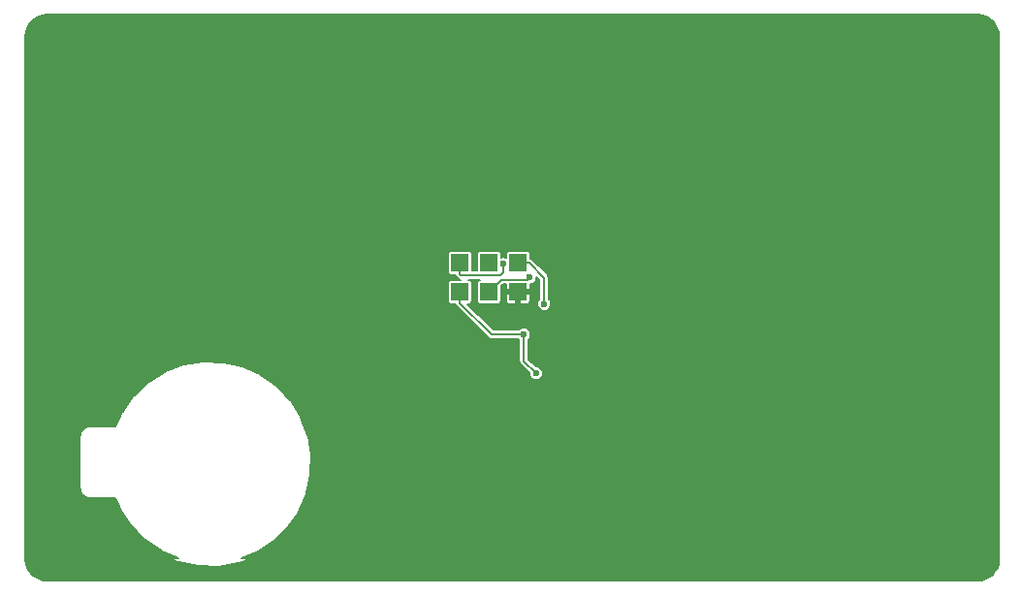
<source format=gbl>
G04 #@! TF.FileFunction,Copper,L2,Bot,Signal*
%FSLAX46Y46*%
G04 Gerber Fmt 4.6, Leading zero omitted, Abs format (unit mm)*
G04 Created by KiCad (PCBNEW 4.0.5+dfsg1-4) date Mon Nov 20 15:47:14 2017*
%MOMM*%
%LPD*%
G01*
G04 APERTURE LIST*
%ADD10C,0.100000*%
%ADD11R,1.524000X1.524000*%
%ADD12C,0.600000*%
%ADD13C,0.203200*%
G04 APERTURE END LIST*
D10*
D11*
X147828000Y-96012000D03*
X150368000Y-96012000D03*
X150368000Y-93472000D03*
X147828000Y-93472000D03*
X152908000Y-96012000D03*
X152908000Y-93472000D03*
D12*
X154486144Y-103124000D03*
X153416000Y-99725200D03*
X153924000Y-110236000D03*
X154432000Y-104648000D03*
X160274000Y-108966000D03*
X155586000Y-107117000D03*
X152838000Y-95879000D03*
X150368000Y-93568800D03*
X155191947Y-97078584D03*
X151638000Y-93568800D03*
X153924000Y-94742000D03*
D13*
X153416000Y-99725200D02*
X153416000Y-102053856D01*
X153416000Y-102053856D02*
X154486144Y-103124000D01*
X147828000Y-96977200D02*
X150576000Y-99725200D01*
X147828000Y-96012000D02*
X147828000Y-96977200D01*
X150576000Y-99725200D02*
X153416000Y-99725200D01*
X150368000Y-93472000D02*
X150368000Y-93568800D01*
X152908000Y-93472000D02*
X153873200Y-93472000D01*
X153873200Y-93472000D02*
X155191947Y-94790747D01*
X155191947Y-94790747D02*
X155191947Y-97078584D01*
X147828000Y-93472000D02*
X147828000Y-94437200D01*
X147929601Y-94538801D02*
X151373841Y-94538801D01*
X151373841Y-94538801D02*
X151638000Y-94274642D01*
X147828000Y-94437200D02*
X147929601Y-94538801D01*
X151638000Y-94274642D02*
X151638000Y-93568800D01*
X150368000Y-96012000D02*
X151434801Y-94945199D01*
X151434801Y-94945199D02*
X153720801Y-94945199D01*
X153720801Y-94945199D02*
X153924000Y-94742000D01*
G36*
X192938400Y-119278400D02*
X128776441Y-119278400D01*
X130013171Y-118792994D01*
X130043841Y-118777347D01*
X130074712Y-118762137D01*
X130079198Y-118759309D01*
X131469625Y-117869082D01*
X131496683Y-117847767D01*
X131524001Y-117826858D01*
X131527853Y-117823213D01*
X132718887Y-116679870D01*
X132741290Y-116653705D01*
X132764026Y-116627890D01*
X132767090Y-116623573D01*
X132767096Y-116623566D01*
X132767100Y-116623559D01*
X133713371Y-115270658D01*
X133730278Y-115240617D01*
X133747553Y-115210900D01*
X133749725Y-115206062D01*
X134415197Y-113695121D01*
X134425938Y-113662394D01*
X134437122Y-113629861D01*
X134438312Y-113624693D01*
X134797634Y-112013271D01*
X134801815Y-111979078D01*
X134806466Y-111944996D01*
X134806629Y-111939706D01*
X134806630Y-111939695D01*
X134806629Y-111939685D01*
X134846114Y-110289170D01*
X134843573Y-110254808D01*
X134841516Y-110220480D01*
X134840649Y-110215258D01*
X134840648Y-110215249D01*
X134840646Y-110215241D01*
X134558791Y-108588487D01*
X134549630Y-108555295D01*
X134540939Y-108521998D01*
X134539074Y-108517045D01*
X134539071Y-108517035D01*
X134539067Y-108517026D01*
X133946611Y-106976002D01*
X133931155Y-106945177D01*
X133916183Y-106914246D01*
X133913386Y-106909740D01*
X133032888Y-105513132D01*
X133011766Y-105485930D01*
X132991045Y-105458462D01*
X132987426Y-105454585D01*
X131852426Y-104255599D01*
X131826439Y-104233032D01*
X131800761Y-104210097D01*
X131796459Y-104206998D01*
X130450191Y-103251302D01*
X130420290Y-103234197D01*
X130390673Y-103216703D01*
X130385859Y-103214502D01*
X130385850Y-103214497D01*
X130385841Y-103214494D01*
X128879593Y-102538493D01*
X128846955Y-102527527D01*
X128814487Y-102516112D01*
X128809331Y-102514887D01*
X128809329Y-102514886D01*
X128809327Y-102514886D01*
X127200454Y-102144324D01*
X127166290Y-102139905D01*
X127132242Y-102135016D01*
X127126943Y-102134815D01*
X125476733Y-102083808D01*
X125442337Y-102086111D01*
X125408012Y-102087927D01*
X125402774Y-102088759D01*
X123774085Y-102359251D01*
X123740802Y-102368187D01*
X123707473Y-102376639D01*
X123702507Y-102378469D01*
X123702497Y-102378472D01*
X123702488Y-102378476D01*
X122157365Y-102960161D01*
X122126501Y-102975368D01*
X122095398Y-102990156D01*
X122090873Y-102992921D01*
X120688153Y-103863648D01*
X120660795Y-103884587D01*
X120633193Y-103905108D01*
X120629297Y-103908694D01*
X120629291Y-103908699D01*
X120629286Y-103908705D01*
X119422409Y-105035301D01*
X119399644Y-105061149D01*
X119376548Y-105086647D01*
X119373422Y-105090922D01*
X119373418Y-105090927D01*
X119373415Y-105090932D01*
X118408346Y-106430491D01*
X118391026Y-106460285D01*
X118373332Y-106489767D01*
X118371093Y-106494574D01*
X117786035Y-107774200D01*
X115530000Y-107774200D01*
X115529934Y-107774206D01*
X115528694Y-107774202D01*
X115525203Y-107774214D01*
X115508685Y-107775891D01*
X115492088Y-107775775D01*
X115486810Y-107776292D01*
X115389762Y-107786493D01*
X115356081Y-107793406D01*
X115322228Y-107799864D01*
X115317151Y-107801397D01*
X115223932Y-107830253D01*
X115192146Y-107843614D01*
X115160280Y-107856489D01*
X115155608Y-107858973D01*
X115155600Y-107858977D01*
X115155593Y-107858982D01*
X115069760Y-107905391D01*
X115041181Y-107924668D01*
X115012419Y-107943489D01*
X115008315Y-107946837D01*
X115008309Y-107946841D01*
X115008304Y-107946846D01*
X114933121Y-108009043D01*
X114908872Y-108033462D01*
X114884273Y-108057550D01*
X114880893Y-108061636D01*
X114819217Y-108137257D01*
X114800158Y-108165942D01*
X114780717Y-108194336D01*
X114778194Y-108199001D01*
X114732383Y-108285162D01*
X114719256Y-108317010D01*
X114705706Y-108348623D01*
X114704140Y-108353682D01*
X114704136Y-108353692D01*
X114704134Y-108353703D01*
X114675933Y-108447107D01*
X114669248Y-108480866D01*
X114662089Y-108514548D01*
X114661535Y-108519822D01*
X114652012Y-108616940D01*
X114652012Y-108632872D01*
X114650237Y-108648697D01*
X114650200Y-108654000D01*
X114650200Y-113154000D01*
X114650206Y-113154066D01*
X114650202Y-113155306D01*
X114650214Y-113158797D01*
X114651891Y-113175315D01*
X114651775Y-113191912D01*
X114652293Y-113197190D01*
X114662493Y-113294239D01*
X114669409Y-113327933D01*
X114675864Y-113361772D01*
X114677397Y-113366849D01*
X114706253Y-113460068D01*
X114719608Y-113491838D01*
X114732489Y-113523719D01*
X114734978Y-113528402D01*
X114781391Y-113614239D01*
X114800641Y-113642778D01*
X114819489Y-113671581D01*
X114822837Y-113675685D01*
X114822841Y-113675691D01*
X114822846Y-113675696D01*
X114885042Y-113750879D01*
X114909497Y-113775164D01*
X114933550Y-113799727D01*
X114937636Y-113803107D01*
X115013257Y-113864783D01*
X115041942Y-113883842D01*
X115070336Y-113903283D01*
X115074990Y-113905799D01*
X115074996Y-113905803D01*
X115075001Y-113905805D01*
X115161162Y-113951617D01*
X115193010Y-113964744D01*
X115224623Y-113978294D01*
X115229682Y-113979860D01*
X115229692Y-113979864D01*
X115229703Y-113979866D01*
X115323107Y-114008067D01*
X115356866Y-114014752D01*
X115390548Y-114021911D01*
X115395823Y-114022466D01*
X115492940Y-114031988D01*
X115508872Y-114031988D01*
X115524697Y-114033763D01*
X115530000Y-114033800D01*
X117779568Y-114033800D01*
X118172483Y-114950540D01*
X118186891Y-114976747D01*
X118200291Y-115003473D01*
X118203151Y-115007939D01*
X119103064Y-116392118D01*
X119124572Y-116419032D01*
X119145666Y-116446198D01*
X119149338Y-116450024D01*
X120300967Y-117633047D01*
X120327306Y-117655282D01*
X120353262Y-117677822D01*
X120357600Y-117680856D01*
X120357607Y-117680862D01*
X120357614Y-117680866D01*
X121717088Y-118617669D01*
X121747199Y-118634339D01*
X121777083Y-118651434D01*
X121781936Y-118653571D01*
X123227880Y-119278400D01*
X111861600Y-119278400D01*
X111861600Y-92710000D01*
X146759726Y-92710000D01*
X146759726Y-94234000D01*
X146763597Y-94282538D01*
X146789091Y-94364864D01*
X146836512Y-94436828D01*
X146902104Y-94492732D01*
X146980674Y-94528148D01*
X147066000Y-94540274D01*
X147436627Y-94540274D01*
X147440191Y-94552078D01*
X147450663Y-94588124D01*
X147451646Y-94590021D01*
X147452264Y-94592067D01*
X147469902Y-94625239D01*
X147487165Y-94658541D01*
X147488497Y-94660209D01*
X147489501Y-94662098D01*
X147513251Y-94691219D01*
X147536648Y-94720528D01*
X147539578Y-94723499D01*
X147539630Y-94723563D01*
X147539689Y-94723612D01*
X147540632Y-94724568D01*
X147642233Y-94826170D01*
X147671238Y-94849994D01*
X147699998Y-94874127D01*
X147701873Y-94875158D01*
X147703523Y-94876513D01*
X147736593Y-94894245D01*
X147769503Y-94912338D01*
X147771539Y-94912984D01*
X147773423Y-94913994D01*
X147809334Y-94924973D01*
X147845106Y-94936320D01*
X147847229Y-94936558D01*
X147849273Y-94937183D01*
X147886664Y-94940981D01*
X147911133Y-94943726D01*
X147066000Y-94943726D01*
X147017462Y-94947597D01*
X146935136Y-94973091D01*
X146863172Y-95020512D01*
X146807268Y-95086104D01*
X146771852Y-95164674D01*
X146759726Y-95250000D01*
X146759726Y-96774000D01*
X146763597Y-96822538D01*
X146789091Y-96904864D01*
X146836512Y-96976828D01*
X146902104Y-97032732D01*
X146980674Y-97068148D01*
X147066000Y-97080274D01*
X147436627Y-97080274D01*
X147440191Y-97092078D01*
X147450663Y-97128124D01*
X147451646Y-97130021D01*
X147452264Y-97132067D01*
X147469902Y-97165239D01*
X147487165Y-97198541D01*
X147488497Y-97200209D01*
X147489501Y-97202098D01*
X147513251Y-97231219D01*
X147536648Y-97260528D01*
X147539578Y-97263499D01*
X147539630Y-97263563D01*
X147539689Y-97263612D01*
X147540632Y-97264568D01*
X150288632Y-100012568D01*
X150317607Y-100036368D01*
X150346397Y-100060526D01*
X150348272Y-100061557D01*
X150349922Y-100062912D01*
X150382992Y-100080644D01*
X150415902Y-100098737D01*
X150417938Y-100099383D01*
X150419822Y-100100393D01*
X150455733Y-100111372D01*
X150491505Y-100122719D01*
X150493628Y-100122957D01*
X150495672Y-100123582D01*
X150533063Y-100127380D01*
X150570326Y-100131560D01*
X150574496Y-100131589D01*
X150574581Y-100131598D01*
X150574660Y-100131591D01*
X150576000Y-100131600D01*
X152967649Y-100131600D01*
X153009600Y-100175041D01*
X153009600Y-102053856D01*
X153013261Y-102091198D01*
X153016535Y-102128613D01*
X153017131Y-102130666D01*
X153017340Y-102132793D01*
X153028191Y-102168734D01*
X153038663Y-102204780D01*
X153039646Y-102206677D01*
X153040264Y-102208723D01*
X153057902Y-102241895D01*
X153075165Y-102275197D01*
X153076497Y-102276865D01*
X153077501Y-102278754D01*
X153101251Y-102307875D01*
X153124648Y-102337184D01*
X153127578Y-102340155D01*
X153127630Y-102340219D01*
X153127689Y-102340268D01*
X153128632Y-102341224D01*
X153881674Y-103094266D01*
X153880549Y-103174853D01*
X153901960Y-103291512D01*
X153945623Y-103401790D01*
X154009873Y-103501488D01*
X154092265Y-103586807D01*
X154189659Y-103654497D01*
X154298346Y-103701982D01*
X154414187Y-103727451D01*
X154532768Y-103729935D01*
X154649574Y-103709339D01*
X154760154Y-103666448D01*
X154860297Y-103602895D01*
X154946190Y-103521101D01*
X155014559Y-103424181D01*
X155062801Y-103315828D01*
X155089078Y-103200168D01*
X155090970Y-103064696D01*
X155067932Y-102948348D01*
X155022734Y-102838690D01*
X154957098Y-102739899D01*
X154873523Y-102655739D01*
X154775193Y-102589415D01*
X154665853Y-102543453D01*
X154549669Y-102519603D01*
X154455828Y-102518948D01*
X153822400Y-101885520D01*
X153822400Y-100173387D01*
X153876046Y-100122301D01*
X153944415Y-100025381D01*
X153992657Y-99917028D01*
X154018934Y-99801368D01*
X154020826Y-99665896D01*
X153997788Y-99549548D01*
X153952590Y-99439890D01*
X153886954Y-99341099D01*
X153803379Y-99256939D01*
X153705049Y-99190615D01*
X153595709Y-99144653D01*
X153479525Y-99120803D01*
X153360920Y-99119975D01*
X153244414Y-99142200D01*
X153134443Y-99186631D01*
X153035197Y-99251576D01*
X152966550Y-99318800D01*
X150744336Y-99318800D01*
X148505810Y-97080274D01*
X148590000Y-97080274D01*
X148638538Y-97076403D01*
X148720864Y-97050909D01*
X148792828Y-97003488D01*
X148848732Y-96937896D01*
X148884148Y-96859326D01*
X148896274Y-96774000D01*
X148896274Y-95250000D01*
X148892403Y-95201462D01*
X148866909Y-95119136D01*
X148819488Y-95047172D01*
X148753896Y-94991268D01*
X148675326Y-94955852D01*
X148600379Y-94945201D01*
X149587505Y-94945201D01*
X149557462Y-94947597D01*
X149475136Y-94973091D01*
X149403172Y-95020512D01*
X149347268Y-95086104D01*
X149311852Y-95164674D01*
X149299726Y-95250000D01*
X149299726Y-96774000D01*
X149303597Y-96822538D01*
X149329091Y-96904864D01*
X149376512Y-96976828D01*
X149442104Y-97032732D01*
X149520674Y-97068148D01*
X149606000Y-97080274D01*
X151130000Y-97080274D01*
X151178538Y-97076403D01*
X151260864Y-97050909D01*
X151332828Y-97003488D01*
X151388732Y-96937896D01*
X151424148Y-96859326D01*
X151436274Y-96774000D01*
X151436274Y-96240600D01*
X151841200Y-96240600D01*
X151841200Y-96804020D01*
X151852913Y-96862907D01*
X151875890Y-96918377D01*
X151909247Y-96968299D01*
X151951701Y-97010754D01*
X152001623Y-97044110D01*
X152057093Y-97067087D01*
X152115980Y-97078800D01*
X152679400Y-97078800D01*
X152755600Y-97002600D01*
X152755600Y-96164400D01*
X153060400Y-96164400D01*
X153060400Y-97002600D01*
X153136600Y-97078800D01*
X153700020Y-97078800D01*
X153758907Y-97067087D01*
X153814377Y-97044110D01*
X153864299Y-97010754D01*
X153906753Y-96968299D01*
X153940110Y-96918377D01*
X153963087Y-96862907D01*
X153974800Y-96804020D01*
X153974800Y-96240600D01*
X153898600Y-96164400D01*
X153060400Y-96164400D01*
X152755600Y-96164400D01*
X151917400Y-96164400D01*
X151841200Y-96240600D01*
X151436274Y-96240600D01*
X151436274Y-95518463D01*
X151603138Y-95351599D01*
X151841200Y-95351599D01*
X151841200Y-95783400D01*
X151917400Y-95859600D01*
X152755600Y-95859600D01*
X152755600Y-95839600D01*
X153060400Y-95839600D01*
X153060400Y-95859600D01*
X153898600Y-95859600D01*
X153974800Y-95783400D01*
X153974800Y-95347199D01*
X154087430Y-95327339D01*
X154198010Y-95284448D01*
X154298153Y-95220895D01*
X154384046Y-95139101D01*
X154452415Y-95042181D01*
X154500657Y-94933828D01*
X154526934Y-94818168D01*
X154528555Y-94702091D01*
X154785547Y-94959083D01*
X154785547Y-96630026D01*
X154726402Y-96687945D01*
X154659393Y-96785810D01*
X154612668Y-96894826D01*
X154588008Y-97010841D01*
X154586352Y-97129437D01*
X154607763Y-97246096D01*
X154651426Y-97356374D01*
X154715676Y-97456072D01*
X154798068Y-97541391D01*
X154895462Y-97609081D01*
X155004149Y-97656566D01*
X155119990Y-97682035D01*
X155238571Y-97684519D01*
X155355377Y-97663923D01*
X155465957Y-97621032D01*
X155566100Y-97557479D01*
X155651993Y-97475685D01*
X155720362Y-97378765D01*
X155768604Y-97270412D01*
X155794881Y-97154752D01*
X155796773Y-97019280D01*
X155773735Y-96902932D01*
X155728537Y-96793274D01*
X155662901Y-96694483D01*
X155598347Y-96629477D01*
X155598347Y-94790747D01*
X155594686Y-94753405D01*
X155591412Y-94715990D01*
X155590816Y-94713937D01*
X155590607Y-94711810D01*
X155579756Y-94675869D01*
X155569284Y-94639823D01*
X155568301Y-94637926D01*
X155567683Y-94635880D01*
X155550045Y-94602708D01*
X155532782Y-94569406D01*
X155531450Y-94567738D01*
X155530446Y-94565849D01*
X155506696Y-94536728D01*
X155483299Y-94507419D01*
X155480369Y-94504448D01*
X155480317Y-94504384D01*
X155480258Y-94504335D01*
X155479315Y-94503379D01*
X154160568Y-93184632D01*
X154131593Y-93160832D01*
X154102803Y-93136674D01*
X154100928Y-93135643D01*
X154099278Y-93134288D01*
X154066208Y-93116556D01*
X154033298Y-93098463D01*
X154031262Y-93097817D01*
X154029378Y-93096807D01*
X153993467Y-93085828D01*
X153976274Y-93080374D01*
X153976274Y-92710000D01*
X153972403Y-92661462D01*
X153946909Y-92579136D01*
X153899488Y-92507172D01*
X153833896Y-92451268D01*
X153755326Y-92415852D01*
X153670000Y-92403726D01*
X152146000Y-92403726D01*
X152097462Y-92407597D01*
X152015136Y-92433091D01*
X151943172Y-92480512D01*
X151887268Y-92546104D01*
X151851852Y-92624674D01*
X151839726Y-92710000D01*
X151839726Y-92997508D01*
X151817709Y-92988253D01*
X151701525Y-92964403D01*
X151582920Y-92963575D01*
X151466414Y-92985800D01*
X151436274Y-92997977D01*
X151436274Y-92710000D01*
X151432403Y-92661462D01*
X151406909Y-92579136D01*
X151359488Y-92507172D01*
X151293896Y-92451268D01*
X151215326Y-92415852D01*
X151130000Y-92403726D01*
X149606000Y-92403726D01*
X149557462Y-92407597D01*
X149475136Y-92433091D01*
X149403172Y-92480512D01*
X149347268Y-92546104D01*
X149311852Y-92624674D01*
X149299726Y-92710000D01*
X149299726Y-94132401D01*
X148896274Y-94132401D01*
X148896274Y-92710000D01*
X148892403Y-92661462D01*
X148866909Y-92579136D01*
X148819488Y-92507172D01*
X148753896Y-92451268D01*
X148675326Y-92415852D01*
X148590000Y-92403726D01*
X147066000Y-92403726D01*
X147017462Y-92407597D01*
X146935136Y-92433091D01*
X146863172Y-92480512D01*
X146807268Y-92546104D01*
X146771852Y-92624674D01*
X146759726Y-92710000D01*
X111861600Y-92710000D01*
X111861600Y-73761600D01*
X192938400Y-73761600D01*
X192938400Y-119278400D01*
X192938400Y-119278400D01*
G37*
X192938400Y-119278400D02*
X128776441Y-119278400D01*
X130013171Y-118792994D01*
X130043841Y-118777347D01*
X130074712Y-118762137D01*
X130079198Y-118759309D01*
X131469625Y-117869082D01*
X131496683Y-117847767D01*
X131524001Y-117826858D01*
X131527853Y-117823213D01*
X132718887Y-116679870D01*
X132741290Y-116653705D01*
X132764026Y-116627890D01*
X132767090Y-116623573D01*
X132767096Y-116623566D01*
X132767100Y-116623559D01*
X133713371Y-115270658D01*
X133730278Y-115240617D01*
X133747553Y-115210900D01*
X133749725Y-115206062D01*
X134415197Y-113695121D01*
X134425938Y-113662394D01*
X134437122Y-113629861D01*
X134438312Y-113624693D01*
X134797634Y-112013271D01*
X134801815Y-111979078D01*
X134806466Y-111944996D01*
X134806629Y-111939706D01*
X134806630Y-111939695D01*
X134806629Y-111939685D01*
X134846114Y-110289170D01*
X134843573Y-110254808D01*
X134841516Y-110220480D01*
X134840649Y-110215258D01*
X134840648Y-110215249D01*
X134840646Y-110215241D01*
X134558791Y-108588487D01*
X134549630Y-108555295D01*
X134540939Y-108521998D01*
X134539074Y-108517045D01*
X134539071Y-108517035D01*
X134539067Y-108517026D01*
X133946611Y-106976002D01*
X133931155Y-106945177D01*
X133916183Y-106914246D01*
X133913386Y-106909740D01*
X133032888Y-105513132D01*
X133011766Y-105485930D01*
X132991045Y-105458462D01*
X132987426Y-105454585D01*
X131852426Y-104255599D01*
X131826439Y-104233032D01*
X131800761Y-104210097D01*
X131796459Y-104206998D01*
X130450191Y-103251302D01*
X130420290Y-103234197D01*
X130390673Y-103216703D01*
X130385859Y-103214502D01*
X130385850Y-103214497D01*
X130385841Y-103214494D01*
X128879593Y-102538493D01*
X128846955Y-102527527D01*
X128814487Y-102516112D01*
X128809331Y-102514887D01*
X128809329Y-102514886D01*
X128809327Y-102514886D01*
X127200454Y-102144324D01*
X127166290Y-102139905D01*
X127132242Y-102135016D01*
X127126943Y-102134815D01*
X125476733Y-102083808D01*
X125442337Y-102086111D01*
X125408012Y-102087927D01*
X125402774Y-102088759D01*
X123774085Y-102359251D01*
X123740802Y-102368187D01*
X123707473Y-102376639D01*
X123702507Y-102378469D01*
X123702497Y-102378472D01*
X123702488Y-102378476D01*
X122157365Y-102960161D01*
X122126501Y-102975368D01*
X122095398Y-102990156D01*
X122090873Y-102992921D01*
X120688153Y-103863648D01*
X120660795Y-103884587D01*
X120633193Y-103905108D01*
X120629297Y-103908694D01*
X120629291Y-103908699D01*
X120629286Y-103908705D01*
X119422409Y-105035301D01*
X119399644Y-105061149D01*
X119376548Y-105086647D01*
X119373422Y-105090922D01*
X119373418Y-105090927D01*
X119373415Y-105090932D01*
X118408346Y-106430491D01*
X118391026Y-106460285D01*
X118373332Y-106489767D01*
X118371093Y-106494574D01*
X117786035Y-107774200D01*
X115530000Y-107774200D01*
X115529934Y-107774206D01*
X115528694Y-107774202D01*
X115525203Y-107774214D01*
X115508685Y-107775891D01*
X115492088Y-107775775D01*
X115486810Y-107776292D01*
X115389762Y-107786493D01*
X115356081Y-107793406D01*
X115322228Y-107799864D01*
X115317151Y-107801397D01*
X115223932Y-107830253D01*
X115192146Y-107843614D01*
X115160280Y-107856489D01*
X115155608Y-107858973D01*
X115155600Y-107858977D01*
X115155593Y-107858982D01*
X115069760Y-107905391D01*
X115041181Y-107924668D01*
X115012419Y-107943489D01*
X115008315Y-107946837D01*
X115008309Y-107946841D01*
X115008304Y-107946846D01*
X114933121Y-108009043D01*
X114908872Y-108033462D01*
X114884273Y-108057550D01*
X114880893Y-108061636D01*
X114819217Y-108137257D01*
X114800158Y-108165942D01*
X114780717Y-108194336D01*
X114778194Y-108199001D01*
X114732383Y-108285162D01*
X114719256Y-108317010D01*
X114705706Y-108348623D01*
X114704140Y-108353682D01*
X114704136Y-108353692D01*
X114704134Y-108353703D01*
X114675933Y-108447107D01*
X114669248Y-108480866D01*
X114662089Y-108514548D01*
X114661535Y-108519822D01*
X114652012Y-108616940D01*
X114652012Y-108632872D01*
X114650237Y-108648697D01*
X114650200Y-108654000D01*
X114650200Y-113154000D01*
X114650206Y-113154066D01*
X114650202Y-113155306D01*
X114650214Y-113158797D01*
X114651891Y-113175315D01*
X114651775Y-113191912D01*
X114652293Y-113197190D01*
X114662493Y-113294239D01*
X114669409Y-113327933D01*
X114675864Y-113361772D01*
X114677397Y-113366849D01*
X114706253Y-113460068D01*
X114719608Y-113491838D01*
X114732489Y-113523719D01*
X114734978Y-113528402D01*
X114781391Y-113614239D01*
X114800641Y-113642778D01*
X114819489Y-113671581D01*
X114822837Y-113675685D01*
X114822841Y-113675691D01*
X114822846Y-113675696D01*
X114885042Y-113750879D01*
X114909497Y-113775164D01*
X114933550Y-113799727D01*
X114937636Y-113803107D01*
X115013257Y-113864783D01*
X115041942Y-113883842D01*
X115070336Y-113903283D01*
X115074990Y-113905799D01*
X115074996Y-113905803D01*
X115075001Y-113905805D01*
X115161162Y-113951617D01*
X115193010Y-113964744D01*
X115224623Y-113978294D01*
X115229682Y-113979860D01*
X115229692Y-113979864D01*
X115229703Y-113979866D01*
X115323107Y-114008067D01*
X115356866Y-114014752D01*
X115390548Y-114021911D01*
X115395823Y-114022466D01*
X115492940Y-114031988D01*
X115508872Y-114031988D01*
X115524697Y-114033763D01*
X115530000Y-114033800D01*
X117779568Y-114033800D01*
X118172483Y-114950540D01*
X118186891Y-114976747D01*
X118200291Y-115003473D01*
X118203151Y-115007939D01*
X119103064Y-116392118D01*
X119124572Y-116419032D01*
X119145666Y-116446198D01*
X119149338Y-116450024D01*
X120300967Y-117633047D01*
X120327306Y-117655282D01*
X120353262Y-117677822D01*
X120357600Y-117680856D01*
X120357607Y-117680862D01*
X120357614Y-117680866D01*
X121717088Y-118617669D01*
X121747199Y-118634339D01*
X121777083Y-118651434D01*
X121781936Y-118653571D01*
X123227880Y-119278400D01*
X111861600Y-119278400D01*
X111861600Y-92710000D01*
X146759726Y-92710000D01*
X146759726Y-94234000D01*
X146763597Y-94282538D01*
X146789091Y-94364864D01*
X146836512Y-94436828D01*
X146902104Y-94492732D01*
X146980674Y-94528148D01*
X147066000Y-94540274D01*
X147436627Y-94540274D01*
X147440191Y-94552078D01*
X147450663Y-94588124D01*
X147451646Y-94590021D01*
X147452264Y-94592067D01*
X147469902Y-94625239D01*
X147487165Y-94658541D01*
X147488497Y-94660209D01*
X147489501Y-94662098D01*
X147513251Y-94691219D01*
X147536648Y-94720528D01*
X147539578Y-94723499D01*
X147539630Y-94723563D01*
X147539689Y-94723612D01*
X147540632Y-94724568D01*
X147642233Y-94826170D01*
X147671238Y-94849994D01*
X147699998Y-94874127D01*
X147701873Y-94875158D01*
X147703523Y-94876513D01*
X147736593Y-94894245D01*
X147769503Y-94912338D01*
X147771539Y-94912984D01*
X147773423Y-94913994D01*
X147809334Y-94924973D01*
X147845106Y-94936320D01*
X147847229Y-94936558D01*
X147849273Y-94937183D01*
X147886664Y-94940981D01*
X147911133Y-94943726D01*
X147066000Y-94943726D01*
X147017462Y-94947597D01*
X146935136Y-94973091D01*
X146863172Y-95020512D01*
X146807268Y-95086104D01*
X146771852Y-95164674D01*
X146759726Y-95250000D01*
X146759726Y-96774000D01*
X146763597Y-96822538D01*
X146789091Y-96904864D01*
X146836512Y-96976828D01*
X146902104Y-97032732D01*
X146980674Y-97068148D01*
X147066000Y-97080274D01*
X147436627Y-97080274D01*
X147440191Y-97092078D01*
X147450663Y-97128124D01*
X147451646Y-97130021D01*
X147452264Y-97132067D01*
X147469902Y-97165239D01*
X147487165Y-97198541D01*
X147488497Y-97200209D01*
X147489501Y-97202098D01*
X147513251Y-97231219D01*
X147536648Y-97260528D01*
X147539578Y-97263499D01*
X147539630Y-97263563D01*
X147539689Y-97263612D01*
X147540632Y-97264568D01*
X150288632Y-100012568D01*
X150317607Y-100036368D01*
X150346397Y-100060526D01*
X150348272Y-100061557D01*
X150349922Y-100062912D01*
X150382992Y-100080644D01*
X150415902Y-100098737D01*
X150417938Y-100099383D01*
X150419822Y-100100393D01*
X150455733Y-100111372D01*
X150491505Y-100122719D01*
X150493628Y-100122957D01*
X150495672Y-100123582D01*
X150533063Y-100127380D01*
X150570326Y-100131560D01*
X150574496Y-100131589D01*
X150574581Y-100131598D01*
X150574660Y-100131591D01*
X150576000Y-100131600D01*
X152967649Y-100131600D01*
X153009600Y-100175041D01*
X153009600Y-102053856D01*
X153013261Y-102091198D01*
X153016535Y-102128613D01*
X153017131Y-102130666D01*
X153017340Y-102132793D01*
X153028191Y-102168734D01*
X153038663Y-102204780D01*
X153039646Y-102206677D01*
X153040264Y-102208723D01*
X153057902Y-102241895D01*
X153075165Y-102275197D01*
X153076497Y-102276865D01*
X153077501Y-102278754D01*
X153101251Y-102307875D01*
X153124648Y-102337184D01*
X153127578Y-102340155D01*
X153127630Y-102340219D01*
X153127689Y-102340268D01*
X153128632Y-102341224D01*
X153881674Y-103094266D01*
X153880549Y-103174853D01*
X153901960Y-103291512D01*
X153945623Y-103401790D01*
X154009873Y-103501488D01*
X154092265Y-103586807D01*
X154189659Y-103654497D01*
X154298346Y-103701982D01*
X154414187Y-103727451D01*
X154532768Y-103729935D01*
X154649574Y-103709339D01*
X154760154Y-103666448D01*
X154860297Y-103602895D01*
X154946190Y-103521101D01*
X155014559Y-103424181D01*
X155062801Y-103315828D01*
X155089078Y-103200168D01*
X155090970Y-103064696D01*
X155067932Y-102948348D01*
X155022734Y-102838690D01*
X154957098Y-102739899D01*
X154873523Y-102655739D01*
X154775193Y-102589415D01*
X154665853Y-102543453D01*
X154549669Y-102519603D01*
X154455828Y-102518948D01*
X153822400Y-101885520D01*
X153822400Y-100173387D01*
X153876046Y-100122301D01*
X153944415Y-100025381D01*
X153992657Y-99917028D01*
X154018934Y-99801368D01*
X154020826Y-99665896D01*
X153997788Y-99549548D01*
X153952590Y-99439890D01*
X153886954Y-99341099D01*
X153803379Y-99256939D01*
X153705049Y-99190615D01*
X153595709Y-99144653D01*
X153479525Y-99120803D01*
X153360920Y-99119975D01*
X153244414Y-99142200D01*
X153134443Y-99186631D01*
X153035197Y-99251576D01*
X152966550Y-99318800D01*
X150744336Y-99318800D01*
X148505810Y-97080274D01*
X148590000Y-97080274D01*
X148638538Y-97076403D01*
X148720864Y-97050909D01*
X148792828Y-97003488D01*
X148848732Y-96937896D01*
X148884148Y-96859326D01*
X148896274Y-96774000D01*
X148896274Y-95250000D01*
X148892403Y-95201462D01*
X148866909Y-95119136D01*
X148819488Y-95047172D01*
X148753896Y-94991268D01*
X148675326Y-94955852D01*
X148600379Y-94945201D01*
X149587505Y-94945201D01*
X149557462Y-94947597D01*
X149475136Y-94973091D01*
X149403172Y-95020512D01*
X149347268Y-95086104D01*
X149311852Y-95164674D01*
X149299726Y-95250000D01*
X149299726Y-96774000D01*
X149303597Y-96822538D01*
X149329091Y-96904864D01*
X149376512Y-96976828D01*
X149442104Y-97032732D01*
X149520674Y-97068148D01*
X149606000Y-97080274D01*
X151130000Y-97080274D01*
X151178538Y-97076403D01*
X151260864Y-97050909D01*
X151332828Y-97003488D01*
X151388732Y-96937896D01*
X151424148Y-96859326D01*
X151436274Y-96774000D01*
X151436274Y-96240600D01*
X151841200Y-96240600D01*
X151841200Y-96804020D01*
X151852913Y-96862907D01*
X151875890Y-96918377D01*
X151909247Y-96968299D01*
X151951701Y-97010754D01*
X152001623Y-97044110D01*
X152057093Y-97067087D01*
X152115980Y-97078800D01*
X152679400Y-97078800D01*
X152755600Y-97002600D01*
X152755600Y-96164400D01*
X153060400Y-96164400D01*
X153060400Y-97002600D01*
X153136600Y-97078800D01*
X153700020Y-97078800D01*
X153758907Y-97067087D01*
X153814377Y-97044110D01*
X153864299Y-97010754D01*
X153906753Y-96968299D01*
X153940110Y-96918377D01*
X153963087Y-96862907D01*
X153974800Y-96804020D01*
X153974800Y-96240600D01*
X153898600Y-96164400D01*
X153060400Y-96164400D01*
X152755600Y-96164400D01*
X151917400Y-96164400D01*
X151841200Y-96240600D01*
X151436274Y-96240600D01*
X151436274Y-95518463D01*
X151603138Y-95351599D01*
X151841200Y-95351599D01*
X151841200Y-95783400D01*
X151917400Y-95859600D01*
X152755600Y-95859600D01*
X152755600Y-95839600D01*
X153060400Y-95839600D01*
X153060400Y-95859600D01*
X153898600Y-95859600D01*
X153974800Y-95783400D01*
X153974800Y-95347199D01*
X154087430Y-95327339D01*
X154198010Y-95284448D01*
X154298153Y-95220895D01*
X154384046Y-95139101D01*
X154452415Y-95042181D01*
X154500657Y-94933828D01*
X154526934Y-94818168D01*
X154528555Y-94702091D01*
X154785547Y-94959083D01*
X154785547Y-96630026D01*
X154726402Y-96687945D01*
X154659393Y-96785810D01*
X154612668Y-96894826D01*
X154588008Y-97010841D01*
X154586352Y-97129437D01*
X154607763Y-97246096D01*
X154651426Y-97356374D01*
X154715676Y-97456072D01*
X154798068Y-97541391D01*
X154895462Y-97609081D01*
X155004149Y-97656566D01*
X155119990Y-97682035D01*
X155238571Y-97684519D01*
X155355377Y-97663923D01*
X155465957Y-97621032D01*
X155566100Y-97557479D01*
X155651993Y-97475685D01*
X155720362Y-97378765D01*
X155768604Y-97270412D01*
X155794881Y-97154752D01*
X155796773Y-97019280D01*
X155773735Y-96902932D01*
X155728537Y-96793274D01*
X155662901Y-96694483D01*
X155598347Y-96629477D01*
X155598347Y-94790747D01*
X155594686Y-94753405D01*
X155591412Y-94715990D01*
X155590816Y-94713937D01*
X155590607Y-94711810D01*
X155579756Y-94675869D01*
X155569284Y-94639823D01*
X155568301Y-94637926D01*
X155567683Y-94635880D01*
X155550045Y-94602708D01*
X155532782Y-94569406D01*
X155531450Y-94567738D01*
X155530446Y-94565849D01*
X155506696Y-94536728D01*
X155483299Y-94507419D01*
X155480369Y-94504448D01*
X155480317Y-94504384D01*
X155480258Y-94504335D01*
X155479315Y-94503379D01*
X154160568Y-93184632D01*
X154131593Y-93160832D01*
X154102803Y-93136674D01*
X154100928Y-93135643D01*
X154099278Y-93134288D01*
X154066208Y-93116556D01*
X154033298Y-93098463D01*
X154031262Y-93097817D01*
X154029378Y-93096807D01*
X153993467Y-93085828D01*
X153976274Y-93080374D01*
X153976274Y-92710000D01*
X153972403Y-92661462D01*
X153946909Y-92579136D01*
X153899488Y-92507172D01*
X153833896Y-92451268D01*
X153755326Y-92415852D01*
X153670000Y-92403726D01*
X152146000Y-92403726D01*
X152097462Y-92407597D01*
X152015136Y-92433091D01*
X151943172Y-92480512D01*
X151887268Y-92546104D01*
X151851852Y-92624674D01*
X151839726Y-92710000D01*
X151839726Y-92997508D01*
X151817709Y-92988253D01*
X151701525Y-92964403D01*
X151582920Y-92963575D01*
X151466414Y-92985800D01*
X151436274Y-92997977D01*
X151436274Y-92710000D01*
X151432403Y-92661462D01*
X151406909Y-92579136D01*
X151359488Y-92507172D01*
X151293896Y-92451268D01*
X151215326Y-92415852D01*
X151130000Y-92403726D01*
X149606000Y-92403726D01*
X149557462Y-92407597D01*
X149475136Y-92433091D01*
X149403172Y-92480512D01*
X149347268Y-92546104D01*
X149311852Y-92624674D01*
X149299726Y-92710000D01*
X149299726Y-94132401D01*
X148896274Y-94132401D01*
X148896274Y-92710000D01*
X148892403Y-92661462D01*
X148866909Y-92579136D01*
X148819488Y-92507172D01*
X148753896Y-92451268D01*
X148675326Y-92415852D01*
X148590000Y-92403726D01*
X147066000Y-92403726D01*
X147017462Y-92407597D01*
X146935136Y-92433091D01*
X146863172Y-92480512D01*
X146807268Y-92546104D01*
X146771852Y-92624674D01*
X146759726Y-92710000D01*
X111861600Y-92710000D01*
X111861600Y-73761600D01*
X192938400Y-73761600D01*
X192938400Y-119278400D01*
G36*
X193399746Y-71843157D02*
X193745787Y-71947632D01*
X194064947Y-72117333D01*
X194345063Y-72345790D01*
X194575475Y-72624310D01*
X194747397Y-72942274D01*
X194854287Y-73287577D01*
X194895400Y-73678740D01*
X194895400Y-119346513D01*
X194856843Y-119739746D01*
X194752367Y-120085788D01*
X194582669Y-120404944D01*
X194354210Y-120685064D01*
X194075688Y-120915476D01*
X193757726Y-121087397D01*
X193412419Y-121194288D01*
X193021261Y-121235400D01*
X111793487Y-121235400D01*
X111400254Y-121196843D01*
X111054212Y-121092367D01*
X110735056Y-120922669D01*
X110454936Y-120694210D01*
X110224524Y-120415688D01*
X110052603Y-120097726D01*
X109945712Y-119752419D01*
X109904600Y-119361261D01*
X109904600Y-108654000D01*
X114345400Y-108654000D01*
X114345400Y-113154000D01*
X114345412Y-113154122D01*
X114345404Y-113156353D01*
X114345416Y-113159844D01*
X114348439Y-113189618D01*
X114348230Y-113219536D01*
X114349162Y-113229050D01*
X114359362Y-113326099D01*
X114371843Y-113386902D01*
X114383466Y-113447829D01*
X114386228Y-113456980D01*
X114415084Y-113550199D01*
X114439146Y-113607440D01*
X114462375Y-113664933D01*
X114466862Y-113673373D01*
X114513275Y-113759211D01*
X114547980Y-113810663D01*
X114581947Y-113862569D01*
X114587988Y-113869978D01*
X114650190Y-113945166D01*
X114694215Y-113988884D01*
X114737626Y-114033215D01*
X114744991Y-114039309D01*
X114820612Y-114100984D01*
X114872275Y-114135309D01*
X114923498Y-114170382D01*
X114931907Y-114174929D01*
X115018068Y-114220741D01*
X115075445Y-114244390D01*
X115132459Y-114268826D01*
X115141591Y-114271653D01*
X115235009Y-114299858D01*
X115295898Y-114311915D01*
X115356574Y-114324812D01*
X115366068Y-114325810D01*
X115366075Y-114325811D01*
X115366081Y-114325811D01*
X115463198Y-114335333D01*
X115491912Y-114335333D01*
X115520441Y-114338533D01*
X115530000Y-114338600D01*
X117578589Y-114338600D01*
X117892331Y-115070614D01*
X117918305Y-115117861D01*
X117942456Y-115166027D01*
X117947610Y-115174077D01*
X118847523Y-116558256D01*
X118886273Y-116606747D01*
X118924314Y-116655736D01*
X118930928Y-116662627D01*
X118930933Y-116662633D01*
X118930939Y-116662638D01*
X120082563Y-117845656D01*
X120129963Y-117885670D01*
X120176825Y-117926364D01*
X120184658Y-117931843D01*
X121544138Y-118868650D01*
X121598423Y-118898704D01*
X121652282Y-118929512D01*
X121661030Y-118933365D01*
X123176579Y-119588272D01*
X123235665Y-119607209D01*
X123294485Y-119626970D01*
X123303815Y-119629051D01*
X124917707Y-119977114D01*
X124979379Y-119984217D01*
X125040883Y-119992173D01*
X125050439Y-119992402D01*
X126701201Y-120020364D01*
X126763093Y-120015352D01*
X126824956Y-120011211D01*
X126834375Y-120009580D01*
X128459128Y-119716374D01*
X128518861Y-119699438D01*
X128578749Y-119683358D01*
X128587672Y-119679928D01*
X130124532Y-119076723D01*
X130179805Y-119048524D01*
X130235462Y-119021101D01*
X130243548Y-119016003D01*
X131633975Y-118125776D01*
X131682685Y-118087404D01*
X131731989Y-118049668D01*
X131738931Y-118043096D01*
X132929966Y-116899754D01*
X132970339Y-116852601D01*
X133011329Y-116806058D01*
X133016863Y-116798263D01*
X133963138Y-115445356D01*
X133993572Y-115391279D01*
X134024754Y-115337639D01*
X134028668Y-115328918D01*
X134694140Y-113817978D01*
X134713499Y-113758995D01*
X134733660Y-113700345D01*
X134735806Y-113691030D01*
X135095128Y-112079608D01*
X135102659Y-112018008D01*
X135111047Y-111956539D01*
X135111342Y-111946985D01*
X135150827Y-110296460D01*
X135146251Y-110234589D01*
X135142539Y-110172643D01*
X135140973Y-110163213D01*
X134859117Y-108536452D01*
X134842608Y-108476637D01*
X134826937Y-108416604D01*
X134823569Y-108407657D01*
X134231109Y-106866624D01*
X134203305Y-106811173D01*
X134176264Y-106755309D01*
X134171222Y-106747187D01*
X133290723Y-105350578D01*
X133252680Y-105301585D01*
X133215301Y-105252035D01*
X133208778Y-105245047D01*
X132073778Y-104046060D01*
X132026921Y-104005370D01*
X131980651Y-103964043D01*
X131972895Y-103958455D01*
X130626627Y-103002760D01*
X130572793Y-102971966D01*
X130519345Y-102940394D01*
X130510652Y-102936419D01*
X129004394Y-102260414D01*
X128945601Y-102240662D01*
X128887040Y-102220073D01*
X128877742Y-102217864D01*
X128877740Y-102217863D01*
X128877738Y-102217863D01*
X127268866Y-101847301D01*
X127207346Y-101839343D01*
X127145912Y-101830523D01*
X127136359Y-101830161D01*
X125486149Y-101779154D01*
X125424234Y-101783298D01*
X125362278Y-101786577D01*
X125352848Y-101788076D01*
X125352837Y-101788077D01*
X125352827Y-101788080D01*
X123724148Y-102058570D01*
X123664235Y-102074656D01*
X123604078Y-102089912D01*
X123595108Y-102093217D01*
X122049976Y-102674905D01*
X121994319Y-102702328D01*
X121938280Y-102728972D01*
X121930123Y-102733957D01*
X120527403Y-103604684D01*
X120478136Y-103642391D01*
X120428336Y-103679416D01*
X120421308Y-103685885D01*
X120421302Y-103685890D01*
X120421297Y-103685895D01*
X119214421Y-104812491D01*
X119173413Y-104859054D01*
X119131756Y-104905044D01*
X119126114Y-104912760D01*
X118161042Y-106252324D01*
X118129872Y-106305944D01*
X118097928Y-106359169D01*
X118093893Y-106367835D01*
X117590245Y-107469400D01*
X115530000Y-107469400D01*
X115529878Y-107469412D01*
X115527647Y-107469404D01*
X115524156Y-107469416D01*
X115494382Y-107472439D01*
X115464464Y-107472230D01*
X115454950Y-107473162D01*
X115357902Y-107483362D01*
X115297105Y-107495842D01*
X115236171Y-107507466D01*
X115227020Y-107510228D01*
X115133801Y-107539084D01*
X115076560Y-107563146D01*
X115019067Y-107586375D01*
X115010626Y-107590862D01*
X114924789Y-107637275D01*
X114873354Y-107671969D01*
X114821430Y-107705947D01*
X114814022Y-107711989D01*
X114738833Y-107774190D01*
X114695096Y-107818234D01*
X114650785Y-107861626D01*
X114644691Y-107868992D01*
X114583015Y-107944612D01*
X114548645Y-107996342D01*
X114513618Y-108047499D01*
X114509071Y-108055907D01*
X114463259Y-108142068D01*
X114439610Y-108199445D01*
X114415174Y-108256459D01*
X114412347Y-108265591D01*
X114384142Y-108359009D01*
X114372081Y-108419920D01*
X114359189Y-108480573D01*
X114358190Y-108490069D01*
X114358189Y-108490075D01*
X114358189Y-108490080D01*
X114348667Y-108587198D01*
X114348667Y-108615912D01*
X114345467Y-108644441D01*
X114345400Y-108654000D01*
X109904600Y-108654000D01*
X109904600Y-92710000D01*
X146453451Y-92710000D01*
X146453451Y-94234000D01*
X146461192Y-94331076D01*
X146512182Y-94495729D01*
X146607024Y-94639657D01*
X146730433Y-94744838D01*
X146660343Y-94791024D01*
X146548536Y-94922208D01*
X146477702Y-95079348D01*
X146453451Y-95250000D01*
X146453451Y-96774000D01*
X146461192Y-96871076D01*
X146512182Y-97035729D01*
X146607024Y-97179657D01*
X146738208Y-97291464D01*
X146895348Y-97362298D01*
X147066000Y-97386549D01*
X147248493Y-97386549D01*
X147277151Y-97421687D01*
X147318133Y-97473024D01*
X147323262Y-97478224D01*
X147323353Y-97478336D01*
X147323457Y-97478422D01*
X147325106Y-97480094D01*
X150073106Y-100228094D01*
X150123806Y-100269739D01*
X150174195Y-100312021D01*
X150177476Y-100313825D01*
X150180363Y-100316196D01*
X150238238Y-100347228D01*
X150295829Y-100378889D01*
X150299393Y-100380019D01*
X150302689Y-100381787D01*
X150365504Y-100400992D01*
X150428133Y-100420859D01*
X150431851Y-100421276D01*
X150435426Y-100422369D01*
X150500772Y-100429007D01*
X150566070Y-100436331D01*
X150573377Y-100436382D01*
X150573517Y-100436396D01*
X150573648Y-100436384D01*
X150576000Y-100436400D01*
X152704800Y-100436400D01*
X152704800Y-102053856D01*
X152711207Y-102119202D01*
X152716936Y-102184682D01*
X152717980Y-102188277D01*
X152718345Y-102191995D01*
X152737321Y-102254846D01*
X152755661Y-102317973D01*
X152757382Y-102321294D01*
X152758463Y-102324873D01*
X152789299Y-102382868D01*
X152819537Y-102441203D01*
X152821870Y-102444126D01*
X152823626Y-102447428D01*
X152865151Y-102498343D01*
X152906133Y-102549680D01*
X152911262Y-102554880D01*
X152911353Y-102554992D01*
X152911457Y-102555078D01*
X152913106Y-102556750D01*
X153579510Y-103223154D01*
X153607550Y-103375933D01*
X153673217Y-103541788D01*
X153769847Y-103691730D01*
X153893762Y-103820047D01*
X154040240Y-103921852D01*
X154203702Y-103993267D01*
X154377923Y-104031571D01*
X154556265Y-104035307D01*
X154731937Y-104004332D01*
X154898247Y-103939824D01*
X155048859Y-103844243D01*
X155178038Y-103721227D01*
X155280863Y-103575463D01*
X155353418Y-103412504D01*
X155392938Y-103238555D01*
X155395783Y-103034809D01*
X155361135Y-102859825D01*
X155293159Y-102694903D01*
X155194444Y-102546325D01*
X155068750Y-102419750D01*
X154920865Y-102320000D01*
X154756421Y-102250875D01*
X154583262Y-102215330D01*
X154127200Y-101759268D01*
X154127200Y-100295059D01*
X154210719Y-100176663D01*
X154283274Y-100013704D01*
X154322794Y-99839755D01*
X154325639Y-99636009D01*
X154290991Y-99461025D01*
X154223015Y-99296103D01*
X154124300Y-99147525D01*
X153998606Y-99020950D01*
X153850721Y-98921200D01*
X153686277Y-98852075D01*
X153511539Y-98816206D01*
X153333162Y-98814961D01*
X153157940Y-98848386D01*
X152992547Y-98915209D01*
X152843283Y-99012884D01*
X152842143Y-99014000D01*
X150870588Y-99014000D01*
X149038866Y-97182278D01*
X149100838Y-97109567D01*
X149147024Y-97179657D01*
X149278208Y-97291464D01*
X149435348Y-97362298D01*
X149606000Y-97386549D01*
X151130000Y-97386549D01*
X151227076Y-97378808D01*
X151391729Y-97327818D01*
X151535657Y-97232976D01*
X151647464Y-97101792D01*
X151718298Y-96944652D01*
X151742549Y-96774000D01*
X151742549Y-96240600D01*
X151841200Y-96240600D01*
X151841200Y-96804020D01*
X151852913Y-96862907D01*
X151875890Y-96918377D01*
X151909247Y-96968299D01*
X151951701Y-97010754D01*
X152001623Y-97044110D01*
X152057093Y-97067087D01*
X152115980Y-97078800D01*
X152679400Y-97078800D01*
X152755600Y-97002600D01*
X152755600Y-96164400D01*
X153060400Y-96164400D01*
X153060400Y-97002600D01*
X153136600Y-97078800D01*
X153700020Y-97078800D01*
X153758907Y-97067087D01*
X153814377Y-97044110D01*
X153864299Y-97010754D01*
X153906753Y-96968299D01*
X153940110Y-96918377D01*
X153963087Y-96862907D01*
X153974800Y-96804020D01*
X153974800Y-96240600D01*
X153898600Y-96164400D01*
X153060400Y-96164400D01*
X152755600Y-96164400D01*
X151917400Y-96164400D01*
X151841200Y-96240600D01*
X151742549Y-96240600D01*
X151742549Y-95656399D01*
X151841200Y-95656399D01*
X151841200Y-95783400D01*
X151917400Y-95859600D01*
X152755600Y-95859600D01*
X152755600Y-95839600D01*
X153060400Y-95839600D01*
X153060400Y-95859600D01*
X153898600Y-95859600D01*
X153974800Y-95783400D01*
X153974800Y-95652902D01*
X153994121Y-95653307D01*
X154169793Y-95622332D01*
X154336103Y-95557824D01*
X154480747Y-95466030D01*
X154480747Y-96507191D01*
X154391002Y-96638261D01*
X154320730Y-96802218D01*
X154283642Y-96976701D01*
X154281152Y-97155066D01*
X154313353Y-97330517D01*
X154379020Y-97496372D01*
X154475650Y-97646314D01*
X154599565Y-97774631D01*
X154746043Y-97876436D01*
X154909505Y-97947851D01*
X155083726Y-97986155D01*
X155262068Y-97989891D01*
X155437740Y-97958916D01*
X155604050Y-97894408D01*
X155754662Y-97798827D01*
X155883841Y-97675811D01*
X155986666Y-97530047D01*
X156059221Y-97367088D01*
X156098741Y-97193139D01*
X156101586Y-96989393D01*
X156066938Y-96814409D01*
X155998962Y-96649487D01*
X155903147Y-96505274D01*
X155903147Y-94790747D01*
X155896740Y-94725401D01*
X155891011Y-94659921D01*
X155889967Y-94656326D01*
X155889602Y-94652608D01*
X155870626Y-94589757D01*
X155852286Y-94526630D01*
X155850565Y-94523309D01*
X155849484Y-94519730D01*
X155818648Y-94461735D01*
X155788410Y-94403400D01*
X155786077Y-94400477D01*
X155784321Y-94397175D01*
X155742796Y-94346260D01*
X155701814Y-94294923D01*
X155696685Y-94289723D01*
X155696594Y-94289611D01*
X155696490Y-94289525D01*
X155694841Y-94287853D01*
X154376094Y-92969106D01*
X154325372Y-92927442D01*
X154282549Y-92891509D01*
X154282549Y-92710000D01*
X154274808Y-92612924D01*
X154223818Y-92448271D01*
X154128976Y-92304343D01*
X153997792Y-92192536D01*
X153840652Y-92121702D01*
X153670000Y-92097451D01*
X152146000Y-92097451D01*
X152048924Y-92105192D01*
X151884271Y-92156182D01*
X151740343Y-92251024D01*
X151635162Y-92374433D01*
X151588976Y-92304343D01*
X151457792Y-92192536D01*
X151300652Y-92121702D01*
X151130000Y-92097451D01*
X149606000Y-92097451D01*
X149508924Y-92105192D01*
X149344271Y-92156182D01*
X149200343Y-92251024D01*
X149095162Y-92374433D01*
X149048976Y-92304343D01*
X148917792Y-92192536D01*
X148760652Y-92121702D01*
X148590000Y-92097451D01*
X147066000Y-92097451D01*
X146968924Y-92105192D01*
X146804271Y-92156182D01*
X146660343Y-92251024D01*
X146548536Y-92382208D01*
X146477702Y-92539348D01*
X146453451Y-92710000D01*
X109904600Y-92710000D01*
X109904600Y-73693486D01*
X109943157Y-73300254D01*
X110047632Y-72954213D01*
X110217333Y-72635053D01*
X110445790Y-72354937D01*
X110724310Y-72124525D01*
X111042274Y-71952603D01*
X111387577Y-71845713D01*
X111778740Y-71804600D01*
X193006514Y-71804600D01*
X193399746Y-71843157D01*
X193399746Y-71843157D01*
G37*
X193399746Y-71843157D02*
X193745787Y-71947632D01*
X194064947Y-72117333D01*
X194345063Y-72345790D01*
X194575475Y-72624310D01*
X194747397Y-72942274D01*
X194854287Y-73287577D01*
X194895400Y-73678740D01*
X194895400Y-119346513D01*
X194856843Y-119739746D01*
X194752367Y-120085788D01*
X194582669Y-120404944D01*
X194354210Y-120685064D01*
X194075688Y-120915476D01*
X193757726Y-121087397D01*
X193412419Y-121194288D01*
X193021261Y-121235400D01*
X111793487Y-121235400D01*
X111400254Y-121196843D01*
X111054212Y-121092367D01*
X110735056Y-120922669D01*
X110454936Y-120694210D01*
X110224524Y-120415688D01*
X110052603Y-120097726D01*
X109945712Y-119752419D01*
X109904600Y-119361261D01*
X109904600Y-108654000D01*
X114345400Y-108654000D01*
X114345400Y-113154000D01*
X114345412Y-113154122D01*
X114345404Y-113156353D01*
X114345416Y-113159844D01*
X114348439Y-113189618D01*
X114348230Y-113219536D01*
X114349162Y-113229050D01*
X114359362Y-113326099D01*
X114371843Y-113386902D01*
X114383466Y-113447829D01*
X114386228Y-113456980D01*
X114415084Y-113550199D01*
X114439146Y-113607440D01*
X114462375Y-113664933D01*
X114466862Y-113673373D01*
X114513275Y-113759211D01*
X114547980Y-113810663D01*
X114581947Y-113862569D01*
X114587988Y-113869978D01*
X114650190Y-113945166D01*
X114694215Y-113988884D01*
X114737626Y-114033215D01*
X114744991Y-114039309D01*
X114820612Y-114100984D01*
X114872275Y-114135309D01*
X114923498Y-114170382D01*
X114931907Y-114174929D01*
X115018068Y-114220741D01*
X115075445Y-114244390D01*
X115132459Y-114268826D01*
X115141591Y-114271653D01*
X115235009Y-114299858D01*
X115295898Y-114311915D01*
X115356574Y-114324812D01*
X115366068Y-114325810D01*
X115366075Y-114325811D01*
X115366081Y-114325811D01*
X115463198Y-114335333D01*
X115491912Y-114335333D01*
X115520441Y-114338533D01*
X115530000Y-114338600D01*
X117578589Y-114338600D01*
X117892331Y-115070614D01*
X117918305Y-115117861D01*
X117942456Y-115166027D01*
X117947610Y-115174077D01*
X118847523Y-116558256D01*
X118886273Y-116606747D01*
X118924314Y-116655736D01*
X118930928Y-116662627D01*
X118930933Y-116662633D01*
X118930939Y-116662638D01*
X120082563Y-117845656D01*
X120129963Y-117885670D01*
X120176825Y-117926364D01*
X120184658Y-117931843D01*
X121544138Y-118868650D01*
X121598423Y-118898704D01*
X121652282Y-118929512D01*
X121661030Y-118933365D01*
X123176579Y-119588272D01*
X123235665Y-119607209D01*
X123294485Y-119626970D01*
X123303815Y-119629051D01*
X124917707Y-119977114D01*
X124979379Y-119984217D01*
X125040883Y-119992173D01*
X125050439Y-119992402D01*
X126701201Y-120020364D01*
X126763093Y-120015352D01*
X126824956Y-120011211D01*
X126834375Y-120009580D01*
X128459128Y-119716374D01*
X128518861Y-119699438D01*
X128578749Y-119683358D01*
X128587672Y-119679928D01*
X130124532Y-119076723D01*
X130179805Y-119048524D01*
X130235462Y-119021101D01*
X130243548Y-119016003D01*
X131633975Y-118125776D01*
X131682685Y-118087404D01*
X131731989Y-118049668D01*
X131738931Y-118043096D01*
X132929966Y-116899754D01*
X132970339Y-116852601D01*
X133011329Y-116806058D01*
X133016863Y-116798263D01*
X133963138Y-115445356D01*
X133993572Y-115391279D01*
X134024754Y-115337639D01*
X134028668Y-115328918D01*
X134694140Y-113817978D01*
X134713499Y-113758995D01*
X134733660Y-113700345D01*
X134735806Y-113691030D01*
X135095128Y-112079608D01*
X135102659Y-112018008D01*
X135111047Y-111956539D01*
X135111342Y-111946985D01*
X135150827Y-110296460D01*
X135146251Y-110234589D01*
X135142539Y-110172643D01*
X135140973Y-110163213D01*
X134859117Y-108536452D01*
X134842608Y-108476637D01*
X134826937Y-108416604D01*
X134823569Y-108407657D01*
X134231109Y-106866624D01*
X134203305Y-106811173D01*
X134176264Y-106755309D01*
X134171222Y-106747187D01*
X133290723Y-105350578D01*
X133252680Y-105301585D01*
X133215301Y-105252035D01*
X133208778Y-105245047D01*
X132073778Y-104046060D01*
X132026921Y-104005370D01*
X131980651Y-103964043D01*
X131972895Y-103958455D01*
X130626627Y-103002760D01*
X130572793Y-102971966D01*
X130519345Y-102940394D01*
X130510652Y-102936419D01*
X129004394Y-102260414D01*
X128945601Y-102240662D01*
X128887040Y-102220073D01*
X128877742Y-102217864D01*
X128877740Y-102217863D01*
X128877738Y-102217863D01*
X127268866Y-101847301D01*
X127207346Y-101839343D01*
X127145912Y-101830523D01*
X127136359Y-101830161D01*
X125486149Y-101779154D01*
X125424234Y-101783298D01*
X125362278Y-101786577D01*
X125352848Y-101788076D01*
X125352837Y-101788077D01*
X125352827Y-101788080D01*
X123724148Y-102058570D01*
X123664235Y-102074656D01*
X123604078Y-102089912D01*
X123595108Y-102093217D01*
X122049976Y-102674905D01*
X121994319Y-102702328D01*
X121938280Y-102728972D01*
X121930123Y-102733957D01*
X120527403Y-103604684D01*
X120478136Y-103642391D01*
X120428336Y-103679416D01*
X120421308Y-103685885D01*
X120421302Y-103685890D01*
X120421297Y-103685895D01*
X119214421Y-104812491D01*
X119173413Y-104859054D01*
X119131756Y-104905044D01*
X119126114Y-104912760D01*
X118161042Y-106252324D01*
X118129872Y-106305944D01*
X118097928Y-106359169D01*
X118093893Y-106367835D01*
X117590245Y-107469400D01*
X115530000Y-107469400D01*
X115529878Y-107469412D01*
X115527647Y-107469404D01*
X115524156Y-107469416D01*
X115494382Y-107472439D01*
X115464464Y-107472230D01*
X115454950Y-107473162D01*
X115357902Y-107483362D01*
X115297105Y-107495842D01*
X115236171Y-107507466D01*
X115227020Y-107510228D01*
X115133801Y-107539084D01*
X115076560Y-107563146D01*
X115019067Y-107586375D01*
X115010626Y-107590862D01*
X114924789Y-107637275D01*
X114873354Y-107671969D01*
X114821430Y-107705947D01*
X114814022Y-107711989D01*
X114738833Y-107774190D01*
X114695096Y-107818234D01*
X114650785Y-107861626D01*
X114644691Y-107868992D01*
X114583015Y-107944612D01*
X114548645Y-107996342D01*
X114513618Y-108047499D01*
X114509071Y-108055907D01*
X114463259Y-108142068D01*
X114439610Y-108199445D01*
X114415174Y-108256459D01*
X114412347Y-108265591D01*
X114384142Y-108359009D01*
X114372081Y-108419920D01*
X114359189Y-108480573D01*
X114358190Y-108490069D01*
X114358189Y-108490075D01*
X114358189Y-108490080D01*
X114348667Y-108587198D01*
X114348667Y-108615912D01*
X114345467Y-108644441D01*
X114345400Y-108654000D01*
X109904600Y-108654000D01*
X109904600Y-92710000D01*
X146453451Y-92710000D01*
X146453451Y-94234000D01*
X146461192Y-94331076D01*
X146512182Y-94495729D01*
X146607024Y-94639657D01*
X146730433Y-94744838D01*
X146660343Y-94791024D01*
X146548536Y-94922208D01*
X146477702Y-95079348D01*
X146453451Y-95250000D01*
X146453451Y-96774000D01*
X146461192Y-96871076D01*
X146512182Y-97035729D01*
X146607024Y-97179657D01*
X146738208Y-97291464D01*
X146895348Y-97362298D01*
X147066000Y-97386549D01*
X147248493Y-97386549D01*
X147277151Y-97421687D01*
X147318133Y-97473024D01*
X147323262Y-97478224D01*
X147323353Y-97478336D01*
X147323457Y-97478422D01*
X147325106Y-97480094D01*
X150073106Y-100228094D01*
X150123806Y-100269739D01*
X150174195Y-100312021D01*
X150177476Y-100313825D01*
X150180363Y-100316196D01*
X150238238Y-100347228D01*
X150295829Y-100378889D01*
X150299393Y-100380019D01*
X150302689Y-100381787D01*
X150365504Y-100400992D01*
X150428133Y-100420859D01*
X150431851Y-100421276D01*
X150435426Y-100422369D01*
X150500772Y-100429007D01*
X150566070Y-100436331D01*
X150573377Y-100436382D01*
X150573517Y-100436396D01*
X150573648Y-100436384D01*
X150576000Y-100436400D01*
X152704800Y-100436400D01*
X152704800Y-102053856D01*
X152711207Y-102119202D01*
X152716936Y-102184682D01*
X152717980Y-102188277D01*
X152718345Y-102191995D01*
X152737321Y-102254846D01*
X152755661Y-102317973D01*
X152757382Y-102321294D01*
X152758463Y-102324873D01*
X152789299Y-102382868D01*
X152819537Y-102441203D01*
X152821870Y-102444126D01*
X152823626Y-102447428D01*
X152865151Y-102498343D01*
X152906133Y-102549680D01*
X152911262Y-102554880D01*
X152911353Y-102554992D01*
X152911457Y-102555078D01*
X152913106Y-102556750D01*
X153579510Y-103223154D01*
X153607550Y-103375933D01*
X153673217Y-103541788D01*
X153769847Y-103691730D01*
X153893762Y-103820047D01*
X154040240Y-103921852D01*
X154203702Y-103993267D01*
X154377923Y-104031571D01*
X154556265Y-104035307D01*
X154731937Y-104004332D01*
X154898247Y-103939824D01*
X155048859Y-103844243D01*
X155178038Y-103721227D01*
X155280863Y-103575463D01*
X155353418Y-103412504D01*
X155392938Y-103238555D01*
X155395783Y-103034809D01*
X155361135Y-102859825D01*
X155293159Y-102694903D01*
X155194444Y-102546325D01*
X155068750Y-102419750D01*
X154920865Y-102320000D01*
X154756421Y-102250875D01*
X154583262Y-102215330D01*
X154127200Y-101759268D01*
X154127200Y-100295059D01*
X154210719Y-100176663D01*
X154283274Y-100013704D01*
X154322794Y-99839755D01*
X154325639Y-99636009D01*
X154290991Y-99461025D01*
X154223015Y-99296103D01*
X154124300Y-99147525D01*
X153998606Y-99020950D01*
X153850721Y-98921200D01*
X153686277Y-98852075D01*
X153511539Y-98816206D01*
X153333162Y-98814961D01*
X153157940Y-98848386D01*
X152992547Y-98915209D01*
X152843283Y-99012884D01*
X152842143Y-99014000D01*
X150870588Y-99014000D01*
X149038866Y-97182278D01*
X149100838Y-97109567D01*
X149147024Y-97179657D01*
X149278208Y-97291464D01*
X149435348Y-97362298D01*
X149606000Y-97386549D01*
X151130000Y-97386549D01*
X151227076Y-97378808D01*
X151391729Y-97327818D01*
X151535657Y-97232976D01*
X151647464Y-97101792D01*
X151718298Y-96944652D01*
X151742549Y-96774000D01*
X151742549Y-96240600D01*
X151841200Y-96240600D01*
X151841200Y-96804020D01*
X151852913Y-96862907D01*
X151875890Y-96918377D01*
X151909247Y-96968299D01*
X151951701Y-97010754D01*
X152001623Y-97044110D01*
X152057093Y-97067087D01*
X152115980Y-97078800D01*
X152679400Y-97078800D01*
X152755600Y-97002600D01*
X152755600Y-96164400D01*
X153060400Y-96164400D01*
X153060400Y-97002600D01*
X153136600Y-97078800D01*
X153700020Y-97078800D01*
X153758907Y-97067087D01*
X153814377Y-97044110D01*
X153864299Y-97010754D01*
X153906753Y-96968299D01*
X153940110Y-96918377D01*
X153963087Y-96862907D01*
X153974800Y-96804020D01*
X153974800Y-96240600D01*
X153898600Y-96164400D01*
X153060400Y-96164400D01*
X152755600Y-96164400D01*
X151917400Y-96164400D01*
X151841200Y-96240600D01*
X151742549Y-96240600D01*
X151742549Y-95656399D01*
X151841200Y-95656399D01*
X151841200Y-95783400D01*
X151917400Y-95859600D01*
X152755600Y-95859600D01*
X152755600Y-95839600D01*
X153060400Y-95839600D01*
X153060400Y-95859600D01*
X153898600Y-95859600D01*
X153974800Y-95783400D01*
X153974800Y-95652902D01*
X153994121Y-95653307D01*
X154169793Y-95622332D01*
X154336103Y-95557824D01*
X154480747Y-95466030D01*
X154480747Y-96507191D01*
X154391002Y-96638261D01*
X154320730Y-96802218D01*
X154283642Y-96976701D01*
X154281152Y-97155066D01*
X154313353Y-97330517D01*
X154379020Y-97496372D01*
X154475650Y-97646314D01*
X154599565Y-97774631D01*
X154746043Y-97876436D01*
X154909505Y-97947851D01*
X155083726Y-97986155D01*
X155262068Y-97989891D01*
X155437740Y-97958916D01*
X155604050Y-97894408D01*
X155754662Y-97798827D01*
X155883841Y-97675811D01*
X155986666Y-97530047D01*
X156059221Y-97367088D01*
X156098741Y-97193139D01*
X156101586Y-96989393D01*
X156066938Y-96814409D01*
X155998962Y-96649487D01*
X155903147Y-96505274D01*
X155903147Y-94790747D01*
X155896740Y-94725401D01*
X155891011Y-94659921D01*
X155889967Y-94656326D01*
X155889602Y-94652608D01*
X155870626Y-94589757D01*
X155852286Y-94526630D01*
X155850565Y-94523309D01*
X155849484Y-94519730D01*
X155818648Y-94461735D01*
X155788410Y-94403400D01*
X155786077Y-94400477D01*
X155784321Y-94397175D01*
X155742796Y-94346260D01*
X155701814Y-94294923D01*
X155696685Y-94289723D01*
X155696594Y-94289611D01*
X155696490Y-94289525D01*
X155694841Y-94287853D01*
X154376094Y-92969106D01*
X154325372Y-92927442D01*
X154282549Y-92891509D01*
X154282549Y-92710000D01*
X154274808Y-92612924D01*
X154223818Y-92448271D01*
X154128976Y-92304343D01*
X153997792Y-92192536D01*
X153840652Y-92121702D01*
X153670000Y-92097451D01*
X152146000Y-92097451D01*
X152048924Y-92105192D01*
X151884271Y-92156182D01*
X151740343Y-92251024D01*
X151635162Y-92374433D01*
X151588976Y-92304343D01*
X151457792Y-92192536D01*
X151300652Y-92121702D01*
X151130000Y-92097451D01*
X149606000Y-92097451D01*
X149508924Y-92105192D01*
X149344271Y-92156182D01*
X149200343Y-92251024D01*
X149095162Y-92374433D01*
X149048976Y-92304343D01*
X148917792Y-92192536D01*
X148760652Y-92121702D01*
X148590000Y-92097451D01*
X147066000Y-92097451D01*
X146968924Y-92105192D01*
X146804271Y-92156182D01*
X146660343Y-92251024D01*
X146548536Y-92382208D01*
X146477702Y-92539348D01*
X146453451Y-92710000D01*
X109904600Y-92710000D01*
X109904600Y-73693486D01*
X109943157Y-73300254D01*
X110047632Y-72954213D01*
X110217333Y-72635053D01*
X110445790Y-72354937D01*
X110724310Y-72124525D01*
X111042274Y-71952603D01*
X111387577Y-71845713D01*
X111778740Y-71804600D01*
X193006514Y-71804600D01*
X193399746Y-71843157D01*
M02*

</source>
